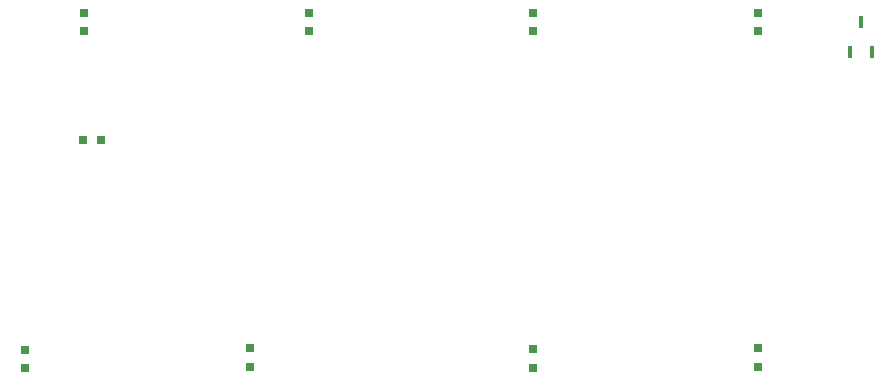
<source format=gbp>
G04*
G04 #@! TF.GenerationSoftware,Altium Limited,Altium Designer,24.5.2 (23)*
G04*
G04 Layer_Color=128*
%FSLAX25Y25*%
%MOIN*%
G70*
G04*
G04 #@! TF.SameCoordinates,F9E145AB-4376-4A3A-B871-3CA844BA1A44*
G04*
G04*
G04 #@! TF.FilePolarity,Positive*
G04*
G01*
G75*
%ADD21R,0.02717X0.02717*%
%ADD22R,0.02717X0.02717*%
%ADD44R,0.01732X0.04095*%
D21*
X223471Y92716D02*
D03*
Y86613D02*
D03*
X298196Y93011D02*
D03*
Y86909D02*
D03*
Y198721D02*
D03*
Y204823D02*
D03*
X223393Y198721D02*
D03*
Y204823D02*
D03*
X73787Y198721D02*
D03*
Y204823D02*
D03*
X148590Y198721D02*
D03*
Y204823D02*
D03*
X128968Y93011D02*
D03*
Y86909D02*
D03*
X54165Y92618D02*
D03*
Y86516D02*
D03*
D22*
X73260Y162598D02*
D03*
X79362D02*
D03*
D44*
X332677Y201772D02*
D03*
X328937Y191929D02*
D03*
X336417D02*
D03*
M02*

</source>
